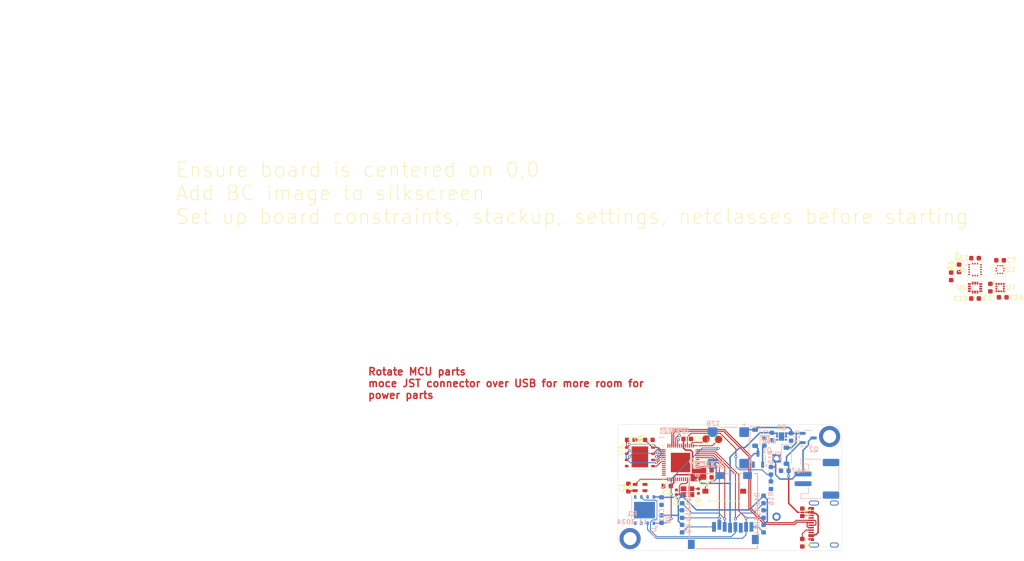
<source format=kicad_pcb>
(kicad_pcb (version 20240108) (generator "pcbnew") (generator_version "8.0")
  (title_block (title "Aerochungus Flight Recorder") (date "2024-10-29") (rev "R1") (company "Chungus Aerospace"))
  (layers (0 "F.Cu" signal) (1 "In1.Cu" signal) (2 "In2.Cu" signal) (31 "B.Cu" signal) (34 "B.Paste" user) (35 "F.Paste" user) (36 "B.SilkS" user "B.Silkscreen") (37 "F.SilkS" user "F.Silkscreen") (38 "B.Mask" user) (39 "F.Mask" user) (44 "Edge.Cuts" user))
  (net 0 "")
  (net 1 "Net-(BZ1--)")
  (net 2 "/XTAL_N")
  (net 3 "/XTAL_P")
  (net 4 "/VDD_SPI")
  (net 5 "VBAT")
  (net 6 "Net-(U7-C1)")
  (net 8 "/NEOPIXEL")
  (net 9 "VBUS")
  (net 11 "/D-")
  (net 14 "/D+")
  (net 15 "/CC1")
  (net 17 "/CC2")
  (net 21 "/MOSI")
  (net 22 "/SD_CS")
  (net 23 "Net-(J2-DAT1)")
  (net 24 "/MISO")
  (net 25 "Net-(J2-DAT2)")
  (net 26 "/SCK")
  (net 27 "/SCL")
  (net 28 "/SDA")
  (net 29 "/BUZZ")
  (net 30 "/SPICS0")
  (net 31 "/VBAT_SENSE")
  (net 32 "/BOOT")
  (net 33 "/IO11")
  (net 35 "/FSH_CS")
  (net 36 "/SPID")
  (net 41 "/SPIHD")
  (net 46 "/SPICLK")
  (net 49 "/SPIQ")
  (net 60 "/SPIWP")
  (net 73 "GND")
  (net 74 "/IO10")
  (net 78 "+3V3")
  (net 80 "/VHIGH")
  (footprint "Capacitor_SMD:C_0603_1608Metric" (layer "F.Cu") (at 206.1 60.8625)
    (property "Reference" "C16")
    (property "Value" "100nF")
  )
  (footprint "Capacitor_SMD:C_0603_1608Metric" (layer "F.Cu") (at 164.9 105.1 90)
    (property "Reference" "R1")
    (property "Value" "5.1k")
  )
  (footprint "Capacitor_SMD:C_0603_1608Metric" (layer "F.Cu") (at 205.55 53.25 180)
    (property "Reference" "C7")
    (property "Value" "100nF")
  )
  (footprint "Crystal:Crystal_SMD_EuroQuartz_X22-4Pin_2.5x2.0mm" (layer "F.Cu") (at 141.28 100.85 180)
    (property "Reference" "Y1")
    (property "Value" "ECS-400-8-36B-7KY")
  )
  (footprint "besser_footprints:M2.5_2.7mm_hole" (layer "F.Cu") (at 129.5 110.5)
    (property "Reference" "H2" (hide yes))
    (property "Value" "M2.5_2.7mm")
  )
  (footprint "Button_Switch_SMD:SW_Tactile_SPST_NO_Straight_CK_PTS636Sx25SMTRLFS" (layer "F.Cu") (at 148.855 100.75 180)
    (property "Reference" "SW1" (hide yes))
    (property "Value" "PTS636 SK25F")
  )
  (footprint "Capacitor_SMD:C_0603_1608Metric" (layer "F.Cu") (at 145.48 96.45)
    (property "Reference" "C4")
    (property "Value" "1uF")
  )
  (footprint "Capacitor_SMD:C_0603_1608Metric" (layer "F.Cu") (at 137.08 99.7 180)
    (property "Reference" "C6")
    (property "Value" "10uF")
  )
  (footprint "besser_footprints:10-WFLGA" (layer "F.Cu") (at 205.55 55.15 90)
    (property "Reference" "U2")
    (property "Value" "BMP390")
  )
  (footprint "Capacitor_SMD:C_0603_1608Metric" (layer "F.Cu") (at 200.4 61.1125)
    (property "Reference" "C12")
    (property "Value" "100nF")
  )
  (footprint "Capacitor_SMD:C_0402_1005Metric" (layer "F.Cu") (at 143.53 100.73 -90)
    (property "Reference" "C9")
    (property "Value" "6pF")
  )
  (footprint "Package_LGA:LGA-14_3x2.5mm_P0.5mm_LayoutBorder3x4y" (layer "F.Cu") (at 200.4 58.8625)
    (property "Reference" "U5")
    (property "Value" "LSM6DSO32")
  )
  (footprint "Capacitor_SMD:C_0603_1608Metric" (layer "F.Cu") (at 197.1 54.9 90)
    (property "Reference" "R7")
    (property "Value" "10k")
  )
  (footprint "besser_footprints:M2.5_2.7mm_hole" (layer "F.Cu") (at 170.5 89.5)
    (property "Reference" "H1" (hide yes))
    (property "Value" "M2.5_2.7mm")
  )
  (footprint "TestPoint:TestPoint_Pad_D1.5mm" (layer "F.Cu") (at 145.1 90 -90)
    (property "Reference" "TP2" (hide yes))
    (property "Value" "TestPoint")
  )
  (footprint "Package_SON:WSON-8-1EP_6x5mm_P1.27mm_EP3.4x4.3mm" (layer "F.Cu") (at 131.51 93.685)
    (property "Reference" "U3")
    (property "Value" "W25Q128JVPIQ")
  )
  (footprint "Capacitor_SMD:C_0603_1608Metric" (layer "F.Cu") (at 129.66 90.205)
    (property "Reference" "R5")
    (property "Value" "100k")
  )
  (footprint "Capacitor_SMD:C_0603_1608Metric" (layer "F.Cu") (at 145.48 97.9)
    (property "Reference" "C3")
    (property "Value" "100nF")
  )
  (footprint "Capacitor_SMD:C_0603_1608Metric" (layer "F.Cu") (at 129.15 100 90)
    (property "Reference" "C1")
    (property "Value" "100nF")
  )
  (footprint "Capacitor_SMD:C_0603_1608Metric" (layer "F.Cu") (at 195.5 56.55 90)
    (property "Reference" "R6")
    (property "Value" "10k")
  )
  (footprint "Capacitor_SMD:C_0603_1608Metric" (layer "F.Cu") (at 164.9 111.35 -90)
    (property "Reference" "R2")
    (property "Value" "5.1k")
  )
  (footprint "besser_footprints:TLGA-16L" (layer "F.Cu") (at 200.4 55.1625)
    (property "Reference" "U6")
    (property "Value" "H3LIS331DLTR")
  )
  (footprint "besser_footprints:IN-PI22TAT5R5G5B" (layer "F.Cu") (at 131.55 100)
    (property "Reference" "D1")
    (property "Value" "IN-PI22" (hide yes))
  )
  (footprint "Package_LGA:LGA-12_2x2mm_P0.5mm" (layer "F.Cu") (at 205.55 58.8625)
    (property "Reference" "U7")
    (property "Value" "LIS3MDL")
  )
  (footprint "Capacitor_SMD:C_0603_1608Metric" (layer "F.Cu") (at 203.55 58.8625 90)
    (property "Reference" "C17")
    (property "Value" "100nF")
  )
  (footprint "Capacitor_SMD:C_0603_1608Metric" (layer "F.Cu") (at 141.25 90)
    (property "Reference" "C5")
    (property "Value" "1uF")
  )
  (footprint "Capacitor_SMD:C_0603_1608Metric" (layer "F.Cu") (at 133.36 90.2)
    (property "Reference" "C10")
    (property "Value" "100nF")
  )
  (footprint "TestPoint:TestPoint_Pad_D1.5mm" (layer "F.Cu") (at 147.7 90.1 -90)
    (property "Reference" "TP1" (hide yes))
    (property "Value" "TestPoint")
  )
  (footprint "Capacitor_SMD:C_0402_1005Metric" (layer "F.Cu") (at 139.03 100.97 -90)
    (property "Reference" "C8")
    (property "Value" "6pF")
  )
  (footprint "Connector_USB:USB_C_Receptacle_GCT_USB4105-xx-A_16P_TopMnt_Horizontal" (layer "F.Cu") (at 170.4 107.5 90)
    (property "Reference" "J1" (hide yes))
    (property "Value" "USB4105-GF-A")
  )
  (footprint "Package_DFN_QFN:QFN-56-1EP_7x7mm_P0.4mm_EP4x4mm" (layer "F.Cu") (at 139.88 94.85 180)
    (property "Reference" "U1")
    (property "Value" "ESP32-S3R8")
  )
  (footprint "Capacitor_SMD:C_0603_1608Metric" (layer "F.Cu") (at 200.4 52.8125 180)
    (property "Reference" "C13")
    (property "Value" "100nF")
  )
  (footprint "besser_footprints:CP_Radial_D16.5mm_P12mm" (layer "B.Cu") (at 159.6 106 90)
    (property "Reference" "C14" (hide yes))
    (property "Value" "1.5F")
  )
  (footprint "Capacitor_SMD:C_0603_1608Metric" (layer "B.Cu") (at 135.9625 102.7925 -90)
    (property "Reference" "C11")
    (property "Value" "100nF")
  )
  (footprint "Capacitor_SMD:C_0603_1608Metric" (layer "B.Cu") (at 140.19 105.45 -90)
    (property "Reference" "R10")
    (property "Value" "47k")
  )
  (footprint "Capacitor_SMD:C_0603_1608Metric" (layer "B.Cu") (at 158.65 89.5 90)
    (property "Reference" "C18")
    (property "Value" "10uF")
  )
  (footprint "Capacitor_SMD:C_0603_1608Metric" (layer "B.Cu") (at 158.45 99.525 90)
    (property "Reference" "R16")
    (property "Value" "806o")
  )
  (footprint "besser_footprints:CMT-9504-87-SMT_BUZZER" (layer "B.Cu") (at 149.7 91.85 180)
    (property "Reference" "BZ1")
    (property "Value" "Buzzer" (hide yes))
  )
  (footprint "Capacitor_SMD:C_0603_1608Metric" (layer "B.Cu") (at 156.94 102.45 -90)
    (property "Reference" "R12")
    (property "Value" "47k")
  )
  (footprint "Capacitor_SMD:C_0603_1608Metric" (layer "B.Cu") (at 135.9625 106.4925 90)
    (property "Reference" "R8")
    (property "Value" "47k")
  )
  (footprint "Capacitor_SMD:C_0603_1608Metric" (layer "B.Cu") (at 161.3 96.55 180)
    (property "Reference" "R17")
    (property "Value" "10k")
  )
  (footprint "Capacitor_SMD:C_0603_1608Metric" (layer "B.Cu") (at 140.19 102.45 -90)
    (property "Reference" "R11")
    (property "Value" "47k")
  )
  (footprint "besser_footprints:GCT_MEM2061-01-188-00-A_REVA" (layer "B.Cu") (at 148.69 104.86 180)
    (property "Reference" "J2" (hide yes))
    (property "Value" "Micro_SD_Card_Det1")
  )
  (footprint "Package_TO_SOT_SMD:SOT-23-3" (layer "B.Cu") (at 155.7875 94.15 90)
    (property "Reference" "Q1")
    (property "Value" "DMP2045U-7")
  )
  (footprint "Capacitor_SMD:C_0603_1608Metric" (layer "B.Cu") (at 162.6 89.6 90)
    (property "Reference" "C15")
    (property "Value" "1uF")
  )
  (footprint "Connector_JST:JST_PH_S2B-PH-SM4-TB_1x02-1MP_P2.00mm_Horizontal" (layer "B.Cu") (at 167.9 98.2 -90)
    (property "Reference" "J4" (hide yes))
    (property "Value" "JST-PH")
  )
  (footprint "Capacitor_SMD:C_0603_1608Metric" (layer "B.Cu") (at 156.94 108.45 -90)
    (property "Reference" "R14")
    (property "Value" "47k")
  )
  (footprint "Diode_SMD:D_SOD-123" (layer "B.Cu") (at 161.65 93.45 -90)
    (property "Reference" "D3")
    (property "Value" "SS2040LL")
  )
  (footprint "Package_TO_SOT_SMD:SOT-23-3" (layer "B.Cu") (at 166.0625 89.8)
    (property "Reference" "Q2")
    (property "Value" "DMP2045U-7")
  )
  (footprint "Capacitor_SMD:C_0603_1608Metric" (layer "B.Cu") (at 156.94 105.45 -90)
    (property "Reference" "R13")
    (property "Value" "47k")
  )
  (footprint "Package_SON:WSON-8-1EP_6x5mm_P1.27mm_EP3.4x4.3mm" (layer "B.Cu") (at 132.4625 104.6425 90)
    (property "Reference" "U4")
    (property "Value" "W25Q128JVPIQ")
  )
  (footprint "Capacitor_SMD:C_0603_1608Metric" (layer "B.Cu") (at 140.19 108.45 -90)
    (property "Reference" "R9")
    (property "Value" "47k")
  )
  (footprint "Diode_SMD:D_SOD-123" (layer "B.Cu") (at 155.2 89.75 -90)
    (property "Reference" "D2")
    (property "Value" "SS2040LL")
  )
  (footprint "Capacitor_SMD:C_0603_1608Metric" (layer "B.Cu") (at 158.45 96.55 90)
    (property "Reference" "R15")
    (property "Value" "1k")
  )
  (footprint "besser_footprints:6-WDFN_2x2mm_EP" (layer "B.Cu") (at 160.625 89.5 180)
    (property "Reference" "U8")
    (property "Value" "NCP187AMT330TAG")
  )
  (footprint "Capacitor_SMD:C_0603_1608Metric" (layer "B.Cu") (at 157.1 90.6 -90)
    (property "Reference" "R4")
    (property "Value" "10K")
  )
  (gr_line (start 172.5 113) (end 129.5 113) (stroke (width 0.05)) (layer "Edge.Cuts"))
  (gr_arc (start 129.5 113) (mid 127.732233 112.267767) (end 127 110.5) (stroke (width 0.05)) (layer "Edge.Cuts"))
  (gr_line (start 127 110.5) (end 127 87.5) (stroke (width 0.05)) (layer "Edge.Cuts"))
  (gr_arc (start 173 112.5) (mid 172.853553 112.853553) (end 172.5 113) (stroke (width 0.05)) (layer "Edge.Cuts"))
  (gr_arc (start 170.5 87) (mid 172.267767 87.732233) (end 173 89.5) (stroke (width 0.05)) (layer "Edge.Cuts"))
  (gr_line (start 173 89.5) (end 173 112.5) (stroke (width 0.05)) (layer "Edge.Cuts"))
  (gr_line (start 127.5 87) (end 170.5 87) (stroke (width 0.05)) (layer "Edge.Cuts"))
  (gr_arc (start 127 87.5) (mid 127.146447 87.146447) (end 127.5 87) (stroke (width 0.05)) (layer "Edge.Cuts"))
  (gr_text "Rotate MCU parts\nmoce JST connector over USB for more room for \npower parts\n" (at 75.5 81.85 0) (layer "F.Cu") (effects (font (size 1.5 1.5) (thickness 0.3) (bold yes)) (justify left bottom)))
  (gr_text "R1\n11-2024" (at 129.95 107.7 0) (layer "B.SilkS") (effects (font (size 1 1) (thickness 0.16) (bold yes)) (justify bottom mirror)))
  (gr_text "-" (at 136.95 90.4 0) (layer "B.SilkS") (effects (font (size 1.4 1.4) (thickness 0.16)) (justify left bottom mirror)))
  (gr_text "1S LiPo" (at 138.65 89 0) (layer "B.SilkS" knockout) (effects (font (size 1 1) (thickness 0.16) (bold yes)) (justify bottom mirror)))
  (gr_text "+" (at 136.95 94.95 0) (layer "B.SilkS") (effects (font (size 1.4 1.4) (thickness 0.16)) (justify left bottom mirror)))
  (gr_text "FD Flash\n" (at 145.4 95.9 0) (layer "B.SilkS" knockout) (effects (font (size 1 1) (thickness 0.16) (bold yes)) (justify bottom mirror)))
  (gr_text "Ensure board is centered on 0,0\nAdd BC image to silkscreen\nSet up board constraints, stackup, settings, netclasses before starting\n" (at 36 46 0) (layer "F.SilkS") (effects (font (size 3 3)) (justify left bottom)))
  (segment (start 155.7875 91.9875) (end 155.2 91.4) (width 0.3) (layer "B.Cu") (net 1))
  (segment (start 155.0375 93.0125) (end 155.7875 93.0125) (width 0.3) (layer "B.Cu") (net 1))
  (segment (start 152.95 95.1) (end 155.0375 93.0125) (width 0.3) (layer "B.Cu") (net 1))
  (segment (start 155.7875 93.0125) (end 155.7875 91.9875) (width 0.3) (layer "B.Cu") (net 1))
  (segment (start 140.03 99.2) (end 140.98 99.2) (width 0.2) (layer "F.Cu") (net 2))
  (segment (start 141.28 98.9) (end 141.28 98.3) (width 0.2) (layer "F.Cu") (net 2))
  (segment (start 139.03 101.45) (end 139.63 101.45) (width 0.2) (layer "F.Cu") (net 2))
  (segment (start 139.63 99.6) (end 140.03 99.2) (width 0.2) (layer "F.Cu") (net 2))
  (segment (start 139.63 101.45) (end 139.63 99.6) (width 0.2) (layer "F.Cu") (net 2))
  (segment (start 140.98 99.2) (end 141.28 98.9) (width 0.2) (layer "F.Cu") (net 2))
  (segment (start 140.3 101.27) (end 140.48 101.45) (width 0.19) (layer "F.Cu") (net 2))
  (segment (start 140.48 101.45) (end 139.63 101.45) (width 0.2) (layer "F.Cu") (net 2))
  (segment (start 142.08 100.25) (end 143.53 100.25) (width 0.2) (layer "F.Cu") (net 3))
  (segment (start 141.68 99.85) (end 141.68 98.3) (width 0.2) (layer "F.Cu") (net 3))
  (segment (start 142.08 100.25) (end 141.68 99.85) (width 0.2) (layer "F.Cu") (net 3))
  (segment (start 130.44 90.2) (end 130.435 90.205) (width 0.19) (layer "F.Cu") (net 4))
  (segment (start 135.34 91.78) (end 134.21 91.78) (width 0.19) (layer "F.Cu") (net 4))
  (segment (start 132.58 90.405) (end 132.585 90.4) (width 0.19) (layer "F.Cu") (net 4))
  (segment (start 135.81 92.25) (end 135.34 91.78) (width 0.19) (layer "F.Cu") (net 4))
  (segment (start 136.43 92.25) (end 135.81 92.25) (width 0.19) (layer "F.Cu") (net 4))
  (segment (start 132.585 90.2) (end 130.44 90.2) (width 0.19) (layer "F.Cu") (net 4))
  (segment (start 132.585 90.225) (end 132.585 90.2) (width 0.19) (layer "F.Cu") (net 4))
  (segment (start 134.14 91.78) (end 132.585 90.225) (width 0.19) (layer "F.Cu") (net 4))
  (segment (start 134.21 91.78) (end 134.14 91.78) (width 0.19) (layer "F.Cu") (net 4))
  (segment (start 132.585 90.4) (end 132.63 90.4) (width 0.19) (layer "F.Cu") (net 4))
  (segment (start 158.45 95.775) (end 159.375 95.775) (width 0.3) (layer "B.Cu") (net 5))
  (segment (start 165.05 92.35) (end 166.15 91.25) (width 0.3) (layer "B.Cu") (net 5))
  (segment (start 159.4 97.35) (end 160.3 98.25) (width 0.3) (layer "B.Cu") (net 5))
  (segment (start 162.8 98.25) (end 163.85 97.2) (width 0.3) (layer "B.Cu") (net 5))
  (segment (start 166.15 90.5) (end 166.85 89.8) (width 0.3) (layer "B.Cu") (net 5))
  (segment (start 159.375 95.775) (end 159.4 95.8) (width 0.3) (layer "B.Cu") (net 5))
  (segment (start 159.4 94.2) (end 159.4 95.8) (width 0.3) (layer "B.Cu") (net 5))
  (segment (start 159.4 95.8) (end 159.4 97.35) (width 0.3) (layer "B.Cu") (net 5))
  (segment (start 165.05 97.2) (end 165.05 92.35) (width 0.3) (layer "B.Cu") (net 5))
  (segment (start 166.85 89.8) (end 167.2 89.8) (width 0.3) (layer "B.Cu") (net 5))
  (segment (start 159.6 94) (end 159.4 94.2) (width 0.3) (layer "B.Cu") (net 5))
  (segment (start 163.85 97.2) (end 165.05 97.2) (width 0.3) (layer "B.Cu") (net 5))
  (segment (start 166.15 91.25) (end 166.15 90.5) (width 0.3) (layer "B.Cu") (net 5))
  (segment (start 160.3 98.25) (end 162.8 98.25) (width 0.3) (layer "B.Cu") (net 5))
  (segment (start 131.6 98.3) (end 137.28 98.3) (width 0.19) (layer "F.Cu") (net 8))
  (segment (start 130.55 99.35) (end 131.6 98.3) (width 0.19) (layer "F.Cu") (net 8))
  (segment (start 167.254038 105.1) (end 167.493038 105.339) (width 0.3) (layer "F.Cu") (net 9))
  (segment (start 167.739 109.661) (end 167.493038 109.661) (width 0.3) (layer "F.Cu") (net 9))
  (segment (start 162.05 97.65) (end 162.1 97.7) (width 0.3) (layer "F.Cu") (net 9))
  (segment (start 167.714 105.339) (end 168.15 105.775) (width 0.3) (layer "F.Cu") (net 9))
  (segment (start 166.72 105.1) (end 167.254038 105.1) (width 0.3) (layer "F.Cu") (net 9))
  (segment (start 163.95 105.1) (end 166.72 105.1) (width 0.3) (layer "F.Cu") (net 9))
  (segment (start 167.493038 105.339) (end 167.714 105.339) (width 0.3) (layer "F.Cu") (net 9))
  (segment (start 168.15 105.775) (end 168.15 109.25) (width 0.3) (layer "F.Cu") (net 9))
  (segment (start 167.493038 109.661) (end 167.254038 109.9) (width 0.3) (layer "F.Cu") (net 9))
  (segment (start 168.15 109.25) (end 167.739 109.661) (width 0.3) (layer "F.Cu") (net 9))
  (segment (start 162.1 97.7) (end 162.1 103.25) (width 0.3) (layer "F.Cu") (net 9))
  (segment (start 162.1 103.25) (end 163.95 105.1) (width 0.3) (layer "F.Cu") (net 9))
  (segment (start 167.254038 109.9) (end 166.72 109.9) (width 0.3) (layer "F.Cu") (net 9))
  (via (at 162.05 97.65) (size 0.6) (drill 0.3) (layers "F.Cu" "B.Cu") (net 9))
  (segment (start 161.65 93.65) (end 164.55 90.75) (width 0.3) (layer "B.Cu") (net 9))
  (segment (start 162.075 95.525) (end 161.65 95.1) (width 0.3) (layer "B.Cu") (net 9))
  (segment (start 164.55 90.75) (end 164.925 90.75) (width 0.3) (layer "B.Cu") (net 9))
  (segment (start 162.05 97.65) (end 162.075 97.625) (width 0.3) (layer "B.Cu") (net 9))
  (segment (start 162.075 96.55) (end 162.075 95.525) (width 0.3) (layer "B.Cu") (net 9))
  (segment (start 162.075 97.625) (end 162.075 96.55) (width 0.3) (layer "B.Cu") (net 9))
  (segment (start 161.65 95.1) (end 161.65 93.65) (width 0.3) (layer "B.Cu") (net 9))
  (segment (start 138.48 90.799999) (end 138.465 90.784999) (width 0.22) (layer "F.Cu") (net 11))
  (segment (start 165.885 107.135001) (end 165.9 107.120001) (width 0.22) (layer "F.Cu") (net 11))
  (segment (start 165.885 107.989999) (end 165.885 107.135001) (width 0.22) (layer "F.Cu") (net 11))
  (segment (start 163.32663 107.585) (end 163.791629 107.120001) (width 0.22) (layer "F.Cu") (net 11))
  (segment (start 153.915 93.62663) (end 153.915 104.37663) (width 0.22) (layer "F.Cu") (net 11))
  (segment (start 157.12337 107.585) (end 163.32663 107.585) (width 0.22) (layer "F.Cu") (net 11))
  (segment (start 165.9 107.120001) (end 166.029999 107.25) (width 0.22) (layer "F.Cu") (net 11))
  (segment (start 163.791629 107.120001) (end 165.9 107.120001) (width 0.22) (layer "F.Cu") (net 11))
  (segment (start 166.029999 107.25) (end 166.72 107.25) (width 0.22) (layer "F.Cu") (net 11))
  (segment (start 138.465 88.74663) (end 138.77663 88.435) (width 0.22) (layer "F.Cu") (net 11))
  (segment (start 138.465 90.784999) (end 138.465 88.74663) (width 0.22) (layer "F.Cu") (net 11))
  (segment (start 138.77663 88.435) (end 148.72337 88.435) (width 0.22) (layer "F.Cu") (net 11))
  (segment (start 166.145001 108.25) (end 165.885 107.989999) (width 0.22) (layer "F.Cu") (net 11))
  (segment (start 166.72 108.25) (end 166.145001 108.25) (width 0.22) (layer "F.Cu") (net 11))
  (segment (start 138.48 91.4) (end 138.48 90.799999) (width 0.22) (layer "F.Cu") (net 11))
  (segment (start 153.915 104.37663) (end 157.12337 107.585) (width 0.22) (layer "F.Cu") (net 11))
  (segment (start 148.72337 88.435) (end 153.915 93.62663) (width 0.22) (layer "F.Cu") (net 11))
  (segment (start 166.82 107.75) (end 167.5 107.75) (width 0.22) (layer "F.Cu") (net 14))
  (segment (start 138.62337 88.065) (end 148.87663 88.065) (width 0.22) (layer "F.Cu") (net 14))
  (segment (start 138.08 90.799999) (end 138.095 90.784999) (width 0.22) (layer "F.Cu") (net 14))
  (segment (start 138.095 90.784999) (end 138.095 88.59337) (width 0.22) (layer "F.Cu") (net 14))
  (segment (start 138.08 91.4) (end 138.08 90.799999) (width 0.22) (layer "F.Cu") (net 14))
  (segment (start 148.87663 88.065) (end 154.285 93.47337) (width 0.22) (layer "F.Cu") (net 14))
  (segment (start 157.27663 107.215) (end 163.17337 107.215) (width 0.22) (layer "F.Cu") (net 14))
  (segment (start 167.5 107.75) (end 167.7 107.55) (width 0.22) (layer "F.Cu") (net 14))
  (segment (start 154.285 93.47337) (end 154.285 104.22337) (width 0.22) (layer "F.Cu") (net 14))
  (segment (start 167.7 106.95) (end 167.5 106.75) (width 0.22) (layer "F.Cu") (net 14))
  (segment (start 154.285 104.22337) (end 157.27663 107.215) (width 0.22) (layer "F.Cu") (net 14))
  (segment (start 167.7 107.55) (end 167.7 106.95) (width 0.22) (layer "F.Cu") (net 14))
  (segment (start 167.5 106.75) (end 166.82 106.75) (width 0.22) (layer "F.Cu") (net 14))
  (segment (start 163.17337 107.215) (end 163.63837 106.75) (width 0.22) (layer "F.Cu") (net 14))
  (segment (start 138.095 88.59337) (end 138.62337 88.065) (width 0.22) (layer "F.Cu") (net 14))
  (segment (start 163.63837 106.75) (end 166.72 106.75) (width 0.22) (layer "F.Cu") (net 14))
  (segment (start 164.9 109.5) (end 164.9 110.575) (width 0.19) (layer "F.Cu") (net 15))
  (segment (start 165.65 108.75) (end 164.9 109.5) (width 0.19) (layer "F.Cu") (net 15))
  (segment (start 166.72 108.75) (end 165.65 108.75) (width 0.19) (layer "F.Cu") (net 15))
  (segment (start 165.025 105.75) (end 164.9 105.875) (width 0.19) (layer "F.Cu") (net 17))
  (segment (start 166.72 105.75) (end 165.025 105.75) (width 0.19) (layer "F.Cu") (net 17))
  (segment (start 146.7 93.45) (end 148.95 95.7) (width 0.19) (layer "F.Cu") (net 21))
  (segment (start 143.33 93.45) (end 146.7 93.45) (width 0.19) (layer "F.Cu") (net 21))
  (segment (start 148.95 95.7) (end 148.95 106.45) (width 0.19) (layer "F.Cu") (net 21))
  (via (at 148.95 106.45) (size 0.6) (drill 0.3) (layers "F.Cu" "B.Cu") (net 21))
  (segment (start 148.95 108.085) (end 148.95 106.45) (width 0.19) (layer "B.Cu") (net 21))
  (segment (start 141.9 104.95) (end 141.9 104.935) (width 0.19) (layer "B.Cu") (net 21))
  (segment (start 147.75 105.25) (end 142.2 105.25) (width 0.19) (layer "B.Cu") (net 21))
  (segment (start 141.9 104.935) (end 140.19 103.225) (width 0.19) (layer "B.Cu") (net 21))
  (segment (start 142.2 105.25) (end 141.9 104.95) (width 0.19) (layer "B.Cu") (net 21))
  (segment (start 148.95 106.45) (end 147.75 105.25) (width 0.19) (layer "B.Cu") (net 21))
  (segment (start 146.5 93.85) (end 143.33 93.85) (width 0.19) (layer "F.Cu") (net 22))
  (segment (start 147.85 95.2) (end 146.5 93.85) (width 0.19) (layer "F.Cu") (net 22))
  (segment (start 147.85 106.3) (end 147.85 95.2) (width 0.19) (layer "F.Cu") (net 22))
  (via (at 147.85 106.3) (size 0.6) (drill 0.3) (layers "F.Cu" "B.Cu") (net 22))
  (segment (start 147.85 107.685) (end 147.85 106.3) (width 0.19) (layer "B.Cu") (net 22))
  (segment (start 147.85 106.3) (end 147.775 106.225) (width 0.19) (layer "B.Cu") (net 22))
  (segment (start 147.85 106.3) (end 147.7 106.15) (width 0.19) (layer "B.Cu") (net 22))
  (segment (start 147.775 106.225) (end 140.19 106.225) (width 0.19) (layer "B.Cu") (net 22))
  (segment (start 155.8 108.085) (end 156.94 109.225) (width 0.19) (layer "B.Cu") (net 23))
  (segment (start 154.45 108.085) (end 155.8 108.085) (width 0.19) (layer "B.Cu") (net 23))
  (segment (start 147.1 92.65) (end 151.85 97.4) (width 0.19) (layer "F.Cu") (net 24))
  (segment (start 151.85 97.4) (end 151.85 104.8) (width 0.19) (layer "F.Cu") (net 24))
  (segment (start 151.85 104.8) (end 153.35 106.3) (width 0.19) (layer "F.Cu") (net 24))
  (segment (start 143.33 92.65) (end 147.1 92.65) (width 0.19) (layer "F.Cu") (net 24))
  (via (at 153.35 106.3) (size 0.6) (drill 0.3) (layers "F.Cu" "B.Cu") (net 24))
  (segment (start 134.9 110.45) (end 152.6 110.45) (width 0.19) (layer "B.Cu") (net 24))
  (segment (start 153.425 106.225) (end 153.35 106.3) (width 0.19) (layer "B.Cu") (net 24))
  (segment (start 153.35 108.085) (end 153.35 106.3) (width 0.19) (layer "B.Cu") (net 24))
  (segment (start 153.35 109.7) (end 153.35 108.085) (width 0.19) (layer "B.Cu") (net 24))
  (segment (start 133.0975 107.3425) (end 133.0975 108.6475) (width 0.19) (layer "B.Cu") (net 24))
  (segment (start 152.6 110.45) (end 153.35 109.7) (width 0.19) (layer "B.Cu") (net 24))
  (segment (start 156.94 106.225) (end 153.425 106.225) (width 0.19) (layer "B.Cu") (net 24))
  (segment (start 153.35 106.3) (end 153.35 106.65) (width 0.19) (layer "B.Cu") (net 24))
  (segment (start 133.0975 108.6475) (end 134.9 110.45) (width 0.19) (layer "B.Cu") (net 24))
  (segment (start 141.365 108.085) (end 140.225 109.225) (width 0.19) (layer "B.Cu") (net 25))
  (segment (start 146.75 108.085) (end 141.365 108.085) (width 0.19) (layer "B.Cu") (net 25))
  (segment (start 140.225 109.225) (end 140.19 109.225) (width 0.19) (layer "B.Cu") (net 25))
  (segment (start 146.9 93.05) (end 151.15 97.3) (width 0.19) (layer "F.Cu") (net 26))
  (segment (start 151.15 97.3) (end 151.15 106.45) (width 0.19) (layer "F.Cu") (net 26))
  (segment (start 143.33 93.05) (end 146.9 93.05) (width 0.19) (layer "F.Cu") (net 26))
  (via (at 151.15 106.45) (size 0.6) (drill 0.3) (layers "F.Cu" "B.Cu") (net 26))
  (segment (start 151.15 106.425) (end 152.325 105.25) (width 0.19) (layer "B.Cu") (net 26))
  (segment (start 134.75 102.6) (end 135.05 102.9) (width 0.19) (layer "B.Cu") (net 26))
  (segment (start 133.7 107.108278) (end 133.7 108.769168) (width 0.19) (layer "B.Cu") (net 26))
  (segment (start 132.4 102.6) (end 134.75 102.6) (width 0.19) (layer "B.Cu") (net 26))
  (segment (start 150.315 110.11) (end 151.15 109.275) (width 0.19) (layer "B.Cu") (net 26))
  (segment (start 151.15 106.45) (end 151.15 106.425) (width 0.19) (layer "B.Cu") (net 26))
  (segment (start 134.75 106.65) (end 134.158278 106.65) (width 0.19) (layer "B.Cu") (net 26))
  (segment (start 131.8275 101.9425) (end 131.8275 102.0275) (width 0.19) (layer "B.Cu") (net 26))
  (segment (start 135.05 102.9) (end 135.05 106.35) (width 0.19) (layer "B.Cu") (net 26))
  (segment (start 151.15 109.275) (end 151.15 108.085) (width 0.19) (layer "B.Cu") (net 26))
  (segment (start 135.05 106.35) (end 134.75 106.65) (width 0.19) (layer "B.Cu") (net 26))
  (segment (start 134.158278 106.65) (end 133.7 107.108278) (width 0.19) (layer "B.Cu") (net 26))
  (segment (start 133.7 108.769168) (end 135.040832 110.11) (width 0.19) (layer "B.Cu") (net 26))
  (segment (start 152.325 105.25) (end 154.915 105.25) (width 0.19) (layer "B.Cu") (net 26))
  (segment (start 135.040832 110.11) (end 150.315 110.11) (width 0.19) (layer "B.Cu") (net 26))
  (segment (start 131.8275 102.0275) (end 132.4 102.6) (width 0.19) (layer "B.Cu") (net 26))
  (segment (start 154.915 105.25) (end 156.94 103.225) (width 0.19) (layer "B.Cu") (net 26))
  (segment (start 138.88 89.82) (end 138.88 91.4) (width 0.19) (layer "F.Cu") (net 27))
  (segment (start 139.355 89.345) (end 138.88 89.82) (width 0.19) (layer "F.Cu") (net 27))
  (segment (start 139.626795 89.345) (end 139.355 89.345) (width 0.19) (layer "F.Cu") (net 27))
  (via (at 139.626795 89.345) (size 0.6) (drill 0.3) (layers "F.Cu" "B.Cu") (net 27))
  (segment (start 139.28 91.4) (end 139.28 90.295) (width 0.19) (layer "F.Cu") (net 28))
  (segment (start 139.28 90.295) (end 139.425 90.15) (width 0.19) (layer "F.Cu") (net 28))
  (via (at 139.425 90.15) (size 0.6) (drill 0.3) (layers "F.Cu" "B.Cu") (net 28))
  (segment (start 156.7375 91.7375) (end 157.1 91.375) (width 0.3) (layer "B.Cu") (net 29))
  (segment (start 156.7375 95.2875) (end 156.7375 91.7375) (width 0.3) (layer "B.Cu") (net 29))
  (segment (start 129.36 91.1) (end 129.36 91.3) (width 0.19) (layer "F.Cu") (net 30))
  (segment (start 129.36 91.3) (end 128.88 91.78) (width 0.19) (layer "F.Cu") (net 30))
  (segment (start 135.15842 93.45) (end 134.93421 93.67421) (width 0.19) (layer "F.Cu") (net 30))
  (segment (start 136.43 93.45) (end 135.15842 93.45) (width 0.19) (layer "F.Cu") (net 30))
  (segment (start 128.88 91.78) (end 128.81 91.78) (width 0.19) (layer "F.Cu") (net 30))
  (segment (start 128.76 91.73) (end 128.81 91.78) (width 0.19) (layer "F.Cu") (net 30))
  (segment (start 128.81 90.48) (end 128.885 90.405) (width 0.19) (layer "F.Cu") (net 30))
  (segment (start 128.76 90.33) (end 128.76 91.73) (width 0.19) (layer "F.Cu") (net 30))
  (segment (start 128.885 90.205) (end 128.76 90.33) (width 0.19) (layer "F.Cu") (net 30))
  (via (at 134.93421 93.67421) (size 0.6) (drill 0.3) (layers "F.Cu" "B.Cu") (net 30))
  (via (at 129.36 91.1) (size 0.6) (drill 0.3) (layers "F.Cu" "B.Cu") (net 30))
  (segment (start 135.38579 93.67421) (end 134.93421 93.67421) (width 0.19) (layer "B.Cu") (net 30))
  (segment (start 135.86 92.6) (end 135.86 93.2) (width 0.19) (layer "B.Cu") (net 30))
  (segment (start 134.36 91.1) (end 135.86 92.6) (width 0.19) (layer "B.Cu") (net 30))
  (segment (start 129.36 91.1) (end 134.36 91.1) (width 0.19) (layer "B.Cu") (net 30))
  (segment (start 135.86 93.2) (end 135.38579 93.67421) (width 0.19) (layer "B.Cu") (net 30))
  (segment (start 151.25 92.05) (end 148.05 88.85) (width 0.19) (layer "F.Cu") (net 31))
  (segment (start 142.029086 88.85) (end 141.28 89.599086) (width 0.19) (layer "F.Cu") (net 31))
  (segment (start 151.25 93.65) (end 151.25 92.05) (width 0.19) (layer "F.Cu") (net 31))
  (segment (start 141.28 89.599086) (end 141.28 91.4) (width 0.19) (layer "F.Cu") (net 31))
  (segment (start 148.05 88.85) (end 142.029086 88.85) (width 0.19) (layer "F.Cu") (net 31))
  (via (at 151.25 93.65) (size 0.6) (drill 0.3) (layers "F.Cu" "B.Cu") (net 31))
  (segment (start 158.45 97.325) (end 158.45 98.75) (width 0.19) (layer "B.Cu") (net 31))
  (segment (start 157.625 97.325) (end 158.45 97.325) (width 0.19) (layer "B.Cu") (net 31))
  (segment (start 151.25 95.634868) (end 151.960132 96.345) (width 0.19) (layer "B.Cu") (net 31))
  (segment (start 156.645 96.345) (end 157.625 97.325) (width 0.19) (layer "B.Cu") (net 31))
  (segment (start 151.25 93.65) (end 151.25 95.634868) (width 0.19) (layer "B.Cu") (net 31))
  (segment (start 151.960132 96.345) (end 156.645 96.345) (width 0.19) (layer "B.Cu") (net 31))
  (segment (start 146.15 98.7) (end 146.75 98.7) (width 0.19) (layer "F.Cu") (net 32))
  (segment (start 144.1 95.7) (end 143.95 95.85) (width 0.19) (layer "F.Cu") (net 32))
  (segment (start 144.98 99.87) (end 146.15 98.7) (width 0.19) (layer "F.Cu") (net 32))
  (segment (start 146.75 98.7) (end 147.2 98.25) (width 0.19) (layer "F.Cu") (net 32))
  (segment (start 143.95 95.85) (end 143.33 95.85) (width 0.19) (layer "F.Cu") (net 32))
  (segment (start 147.2 98.25) (end 147.2 96.15) (width 0.19) (layer "F.Cu") (net 32))
  (segment (start 146.75 95.7) (end 144.1 95.7) (width 0.19) (layer "F.Cu") (net 32))
  (segment (start 144.98 100.75) (end 144.98 99.87) (width 0.19) (layer "F.Cu") (net 32))
  (segment (start 147.2 96.15) (end 146.75 95.7) (width 0.19) (layer "F.Cu") (net 32))
  (segment (start 144.38 90.72) (end 145.1 90) (width 0.19) (layer "F.Cu") (net 33))
  (segment (start 142.310711 90.72) (end 144.38 90.72) (width 0.19) (layer "F.Cu") (net 33))
  (segment (start 142.08 90.950711) (end 142.310711 90.72) (width 0.19) (layer "F.Cu") (net 33))
  (segment (start 142.08 91.4) (end 142.08 90.950711) (width 0.19) (layer "F.Cu") (net 33))
  (segment (start 137.95 106.4) (end 137.95 101.4175) (width 0.19) (layer "F.Cu") (net 35))
  (segment (start 147.3 92.25) (end 143.33 92.25) (width 0.19) (layer "F.Cu") (net 35))
  (segment (start 147.6 91.95) (end 147.3 92.25) (width 0.19) (layer "F.Cu") (net 35))
  (via (at 147.6 91.95) (size 0.6) (drill 0.3) (layers "F.Cu" "B.Cu") (net 35))
  (via (at 137.95 101.4175) (size 0.6) (drill 0.3) (layers "F.Cu" "B.Cu") (net 35))
  (via (at 137.95 106.4) (size 0.6) (drill 0.3) (layers "F.Cu" "B.Cu") (net 35))
  (segment (start 147.5 91.85) (end 144.35 91.85) (width 0.19) (layer "B.Cu") (net 35))
  (segment (start 135.8875 107.3425) (end 135.9625 107.2675) (width 0.19) (layer "B.Cu") (net 35))
  (segment (start 134.3675 107.3425) (end 135.8875 107.3425) (width 0.19) (layer "B.Cu") (net 35))
  (segment (start 137.95 98.25) (end 137.95 101.4175) (width 0.19) (layer "B.Cu") (net 35))
  (segment (start 137.0825 107.2675) (end 135.9625 107.2675) (width 0.19) (layer "B.Cu") (net 35))
  (segment (start 137.95 106.4) (end 137.0825 107.2675) (width 0.19) (layer "B.Cu") (net 35))
  (segment (start 147.6 91.95) (end 147.5 91.85) (width 0.19) (layer "B.Cu") (net 35))
  (segment (start 144.35 91.85) (end 137.95 98.25) (width 0.19) (layer "B.Cu") (net 35))
  (segment (start 136.43 94.65) (end 135.91 94.65) (width 0.19) (layer "F.Cu") (net 36))
  (segment (start 134.97 95.59) (end 134.21 95.59) (width 0.19) (layer "F.Cu") (net 36))
  (segment (start 135.91 94.65) (end 134.97 95.59) (width 0.19) (layer "F.Cu") (net 36))
  (segment (start 135.01 92.25) (end 134.21 93.05) (width 0.19) (layer "F.Cu") (net 41))
  (segment (start 136.43 92.65) (end 135.729168 92.65) (width 0.19) (layer "F.Cu") (net 41))
  (segment (start 135.729168 92.65) (end 135.329168 92.25) (width 0.19) (layer "F.Cu") (net 41))
  (segment (start 135.329168 92.25) (end 135.01 92.25) (width 0.19) (layer "F.Cu") (net 41))
  (segment (start 136.43 93.85) (end 135.529167 93.85) (width 0.19) (layer "F.Cu") (net 46))
  (segment (start 134.23 94.3) (end 134.21 94.32) (width 0.19) (layer "F.Cu") (net 46))
  (segment (start 135.529167 93.85) (end 135.079167 94.3) (width 0.19) (layer "F.Cu") (net 46))
  (segment (start 135.079167 94.3) (end 134.23 94.3) (width 0.19) (layer "F.Cu") (net 46))
  (segment (start 129.359999 92.396095) (end 129.359999 92.600001) (width 0.19) (layer "F.Cu") (net 49))
  (segment (start 128.91 93.05) (end 128.81 93.05) (width 0.19) (layer "F.Cu") (net 49))
  (segment (start 135.61 94.25) (end 136.43 94.25) (width 0.19) (layer "F.Cu") (net 49))
  (segment (start 134.899626 94.889626) (end 134.970374 94.889626) (width 0.19) (layer "F.Cu") (net 49))
  (segment (start 134.970374 94.889626) (end 135.61 94.25) (width 0.19) (layer "F.Cu") (net 49))
  (segment (start 129.359999 92.600001) (end 128.91 93.05) (width 0.19) (layer "F.Cu") (net 49))
  (via (at 134.899626 94.889626) (size 0.6) (drill 0.3) (layers "F.Cu" "B.Cu") (net 49))
  (via (at 129.359999 92.396095) (size 0.6) (drill 0.3) (layers "F.Cu" "B.Cu") (net 49))
  (segment (start 128.71 93) (end 128.71 94.05) (width 0.19) (layer "B.Cu") (net 49))
  (segment (start 129.313905 92.396095) (end 128.71 93) (width 0.19) (layer "B.Cu") (net 49))
  (segment (start 129.549626 94.889626) (end 134.899626 94.889626) (width 0.19) (layer "B.Cu") (net 49))
  (segment (start 128.71 94.05) (end 129.549626 94.889626) (width 0.19) (layer "B.Cu") (net 49))
  (segment (start 129.359998 93.7) (end 129.359998 93.875002) (width 0.19) (layer "F.Cu") (net 60))
  (segment (start 129.359998 93.875002) (end 128.915 94.32) (width 0.19) (layer "F.Cu") (net 60))
  (segment (start 135.35842 93.05) (end 136.43 93.05) (width 0.19) (layer "F.Cu") (net 60))
  (segment (start 135.169584 92.861164) (end 135.35842 93.05) (width 0.19) (layer "F.Cu") (net 60))
  (segment (start 128.915 94.32) (end 128.81 94.32) (width 0.19) (layer "F.Cu") (net 60))
  (via (at 135.169584 92.861164) (size 0.6) (drill 0.3) (layers "F.Cu" "B.Cu") (net 60))
  (via (at 129.359998 93.7) (size 0.6) (drill 0.3) (layers "F.Cu" "B.Cu") (net 60))
  (segment (start 129.359998 93.650002) (end 130.06 92.95) (width 0.19) (layer "B.Cu") (net 60))
  (segment (start 130.06 92.95) (end 135.080748 92.95) (width 0.19) (layer "B.Cu") (net 60))
  (segment (start 128.745 95.525) (end 128.81 95.59) (width 0.4) (layer "F.Cu") (net 73))
  (segment (start 146.4 91.4) (end 147.7 90.1) (width 0.19) (layer "F.Cu") (net 74))
  (segment (start 142.48 91.4) (end 146.4 91.4) (width 0.19) (layer "F.Cu") (net 74))
  (segment (start 138.48 98.3) (end 138.48 99.02) (width 0.3) (layer "F.Cu") (net 78))
  (segment (start 142.4 97.45) (end 143.25 98.3) (width 0.3) (layer "F.Cu") (net 78))
  (segment (start 138.48 97.80364) (end 138.93364 97.35) (width 0.3) (layer "F.Cu") (net 78))
  (segment (start 143.25 98.3) (end 143.35 98.3) (width 0.3) (layer "F.Cu") (net 78))
  (segment (start 137.855 99.645) (end 137.855 99.7) (width 0.3) (layer "F.Cu") (net 78))
  (segment (start 140.48 91.89636) (end 140.88364 92.3) (width 0.3) (layer "F.Cu") (net 78))
  (segment (start 140.88364 92.3) (end 141.93 92.3) (width 0.3) (layer "F.Cu") (net 78))
  (segment (start 130.55 100.65) (end 129.275 100.65) (width 0.3) (layer "F.Cu") (net 78))
  (segment (start 138.48 99.02) (end 137.855 99.645) (width 0.3) (layer "F.Cu") (net 78))
  (segment (start 142.35 97.4) (end 142.4 97.45) (width 0.3) (layer "F.Cu") (net 78))
  (segment (start 141.93 92.3) (end 142.35 92.72) (width 0.3) (layer "F.Cu") (net 78))
  (segment (start 142.3 97.35) (end 142.4 97.45) (width 0.3) (layer "F.Cu") (net 78))
  (segment (start 138.48 98.3) (end 138.48 97.80364) (width 0.3) (layer "F.Cu") (net 78))
  (segment (start 129.275 100.65) (end 129.15 100.775) (width 0.3) (layer "F.Cu") (net 78))
  (segment (start 140.48 91.4) (end 140.48 90.005) (width 0.3) (layer "F.Cu") (net 78))
  (segment (start 138.93364 97.35) (end 142.3 97.35) (width 0.3) (layer "F.Cu") (net 78))
  (segment (start 142.35 92.72) (end 142.35 97.4) (width 0.3) (layer "F.Cu") (net 78))
  (segment (start 140.48 91.4) (end 140.48 91.89636) (width 0.3) (layer "F.Cu") (net 78))
  (segment (start 140.48 90.005) (end 140.475 90) (width 0.3) (layer "F.Cu") (net 78))
  (via (at 143.35 98.3) (size 0.6) (drill 0.3) (layers "F.Cu" "B.Cu") (net 78))
  (segment (start 156.175 88.725) (end 153.15 91.75) (width 0.3) (layer "B.Cu") (net 78))
  (segment (start 150.05 93.75) (end 150.05 99.15) (width 0.3) (layer "B.Cu") (net 78))
  (segment (start 139.3475 105.7175) (end 139.415 105.65) (width 0.3) (layer "B.Cu") (net 78))
  (segment (start 143.115 104.6) (end 150.05 104.6) (width 0.3) (layer "B.Cu") (net 78))
  (segment (start 139.415 105.65) (end 139.415 104.7) (width 0.3) (layer "B.Cu") (net 78))
  (segment (start 154.015 104.6) (end 150.05 104.6) (width 0.3) (layer "B.Cu") (net 78))
  (segment (start 158.65 88.725) (end 156.175 88.725) (width 0.3) (layer "B.Cu") (net 78))
  (segment (start 150.05 99.15) (end 150.05 104.6) (width 0.3) (layer "B.Cu") (net 78))
  (segment (start 135.8875 101.9425) (end 135.9625 102.0175) (width 0.3) (layer "B.Cu") (net 78))
  (segment (start 152.05 91.75) (end 150.05 93.75) (width 0.3) (layer "B.Cu") (net 78))
  (segment (start 140.19 101.675) (end 143.115 104.6) (width 0.3) (layer "B.Cu") (net 78))
  (segment (start 140.19 107.675) (end 139.415 106.9) (width 0.3) (layer "B.Cu") (net 78))
  (segment (start 158.775 88.85) (end 158.65 88.725) (width 0.3) (layer "B.Cu") (net 78))
  (segment (start 139.44 104.675) (end 139.415 104.7) (width 0.3) (layer "B.Cu") (net 78))
  (segment (start 135.9625 102.0175) (end 138.9825 102.0175) (width 0.3) (layer "B.Cu") (net 78))
  (segment (start 139.415 106.9) (end 139.415 105.65) (width 0.3) (layer "B.Cu") (net 78))
  (segment (start 150.05 104.6) (end 150.05 106.701471) (width 0.3) (layer "B.Cu") (net 78))
  (segment (start 150.05 99.15) (end 144.2 99.15) (width 0.3) (layer "B.Cu") (net 78))
  (segment (start 156.94 104.675) (end 157.59 104.675) (width 0.3) (layer "B.Cu") (net 78))
  (segment (start 156.94 101.675) (end 157.715 102.45) (width 0.3) (layer "B.Cu") (net 78))
  (segment (start 144.2 99.15) (end 143.35 98.3) (width 0.3) (layer "B.Cu") (net 78))
  (segment (start 138.9825 102.0175) (end 139.415 102.45) (width 0.3) (layer "B.Cu") (net 78))
  (segment (start 157.715 102.45) (end 157.715 103.9) (width 0.3) (layer "B.Cu") (net 78))
  (segment (start 153.15 91.75) (end 152.05 91.75) (width 0.3) (layer "B.Cu") (net 78))
  (segment (start 157.715 106.9) (end 157.715 104.55) (width 0.3) (layer "B.Cu") (net 78))
  (segment (start 140.19 104.675) (end 139.44 104.675) (width 0.3) (layer "B.Cu") (net 78))
  (segment (start 159.7 88.85) (end 158.775 88.85) (width 0.3) (layer "B.Cu") (net 78))
  (segment (start 159.7 89.5) (end 159.7 88.85) (width 0.3) (layer "B.Cu") (net 78))
  (segment (start 156.94 107.675) (end 157.715 106.9) (width 0.3) (layer "B.Cu") (net 78))
  (segment (start 157.59 104.675) (end 157.715 104.55) (width 0.3) (layer "B.Cu") (net 78))
  (segment (start 150.05 108.285) (end 150.05 106.701471) (width 0.3) (layer "B.Cu") (net 78))
  (segment (start 156.94 101.675) (end 154.015 104.6) (width 0.3) (layer "B.Cu") (net 78))
  (segment (start 134.3675 101.9425) (end 135.8875 101.9425) (width 0.3) (layer "B.Cu") (net 78))
  (segment (start 139.415 104.7) (end 139.415 103.9) (width 0.3) (layer "B.Cu") (net 78))
  (segment (start 139.415 102.45) (end 139.415 103.9) (width 0.3) (layer "B.Cu") (net 78))
  (segment (start 135.9625 105.7175) (end 139.3475 105.7175) (width 0.3) (layer "B.Cu") (net 78))
  (segment (start 157.715 104.55) (end 157.715 103.9) (width 0.3) (layer "B.Cu") (net 78))
  (segment (start 140.19 101.675) (end 139.415 102.45) (width 0.3) (layer "B.Cu") (net 78))
  (segment (start 162.6 88.1) (end 162.6 88.825) (width 0.3) (layer "B.Cu") (net 80))
  (segment (start 162.65 91.8) (end 163.65 90.8) (width 0.3) (layer "B.Cu") (net 80))
  (segment (start 155.2 88.1) (end 155.65 87.65) (width 0.3) (layer "B.Cu") (net 80))
  (segment (start 161.65 91.8) (end 162.65 91.8) (width 0.3) (layer "B.Cu") (net 80))
  (segment (start 161.55 88.85) (end 161.55 89.5) (width 0.3) (layer "B.Cu") (net 80))
  (segment (start 162.625 88.85) (end 162.6 88.825) (width 0.3) (layer "B.Cu") (net 80))
  (segment (start 155.2 88.1) (end 153.45 88.1) (width 0.3) (layer "B.Cu") (net 80))
  (segment (start 163.65 90.8) (end 163.65 88.85) (width 0.3) (layer "B.Cu") (net 80))
  (segment (start 153.45 88.1) (end 152.95 88.6) (width 0.3) (layer "B.Cu") (net 80))
  (segment (start 163.65 88.85) (end 162.625 88.85) (width 0.3) (layer "B.Cu") (net 80))
  (segment (start 162.15 87.65) (end 162.6 88.1) (width 0.3) (layer "B.Cu") (net 80))
  (segment (start 161.575 88.825) (end 161.55 88.85) (width 0.3) (layer "B.Cu") (net 80))
  (segment (start 155.65 87.65) (end 162.15 87.65) (width 0.3) (layer "B.Cu") (net 80))
  (segment (start 162.6 88.825) (end 161.575 88.825) (width 0.3) (layer "B.Cu") (net 80))
  (segment (start 164.925 88.85) (end 163.65 88.85) (width 0.3) (layer "B.Cu") (net 80))
  (zone (net 78) (net_name "+3V3") (layer "F.Cu") (priority 1) (connect_pads yes (clearance 0)) (min_thickness 0.25) (fill yes (thermal_gap 0.5) (thermal_bridge_width 0.5) (smoothing fillet) (radius 0.1))
    (polygon (pts (xy 145.15 98.4) (xy 145.15 95.95) (xy 144.25 95.95) (xy 143.7 96.15) (xy 142.25 96.15) (xy 142.25 97.05) (xy 141.95 97.35) (xy 141.95 98.7) (xy 143.55 98.7) (xy 144.25 98.4)))
  )
)
</source>
